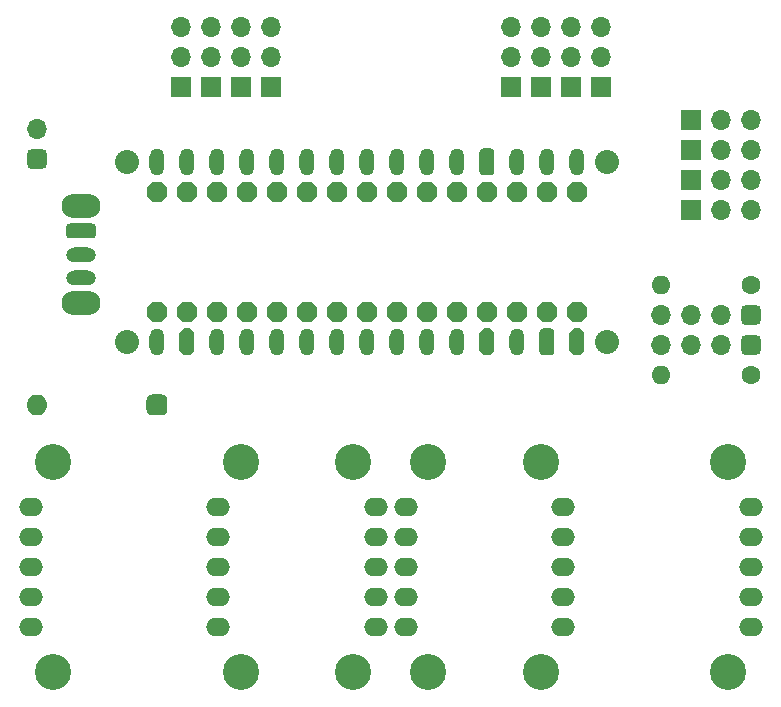
<source format=gbr>
%TF.GenerationSoftware,KiCad,Pcbnew,8.0.2-8.0.2-0~ubuntu22.04.1*%
%TF.CreationDate,2024-05-13T05:44:21+05:30*%
%TF.ProjectId,BagTag,42616754-6167-42e6-9b69-6361645f7063,v4*%
%TF.SameCoordinates,Original*%
%TF.FileFunction,Soldermask,Top*%
%TF.FilePolarity,Negative*%
%FSLAX46Y46*%
G04 Gerber Fmt 4.6, Leading zero omitted, Abs format (unit mm)*
G04 Created by KiCad (PCBNEW 8.0.2-8.0.2-0~ubuntu22.04.1) date 2024-05-13 05:44:21*
%MOMM*%
%LPD*%
G01*
G04 APERTURE LIST*
G04 Aperture macros list*
%AMRoundRect*
0 Rectangle with rounded corners*
0 $1 Rounding radius*
0 $2 $3 $4 $5 $6 $7 $8 $9 X,Y pos of 4 corners*
0 Add a 4 corners polygon primitive as box body*
4,1,4,$2,$3,$4,$5,$6,$7,$8,$9,$2,$3,0*
0 Add four circle primitives for the rounded corners*
1,1,$1+$1,$2,$3*
1,1,$1+$1,$4,$5*
1,1,$1+$1,$6,$7*
1,1,$1+$1,$8,$9*
0 Add four rect primitives between the rounded corners*
20,1,$1+$1,$2,$3,$4,$5,0*
20,1,$1+$1,$4,$5,$6,$7,0*
20,1,$1+$1,$6,$7,$8,$9,0*
20,1,$1+$1,$8,$9,$2,$3,0*%
%AMOutline5P*
0 Free polygon, 5 corners , with rotation*
0 The origin of the aperture is its center*
0 number of corners: always 5*
0 $1 to $10 corner X, Y*
0 $11 Rotation angle, in degrees counterclockwise*
0 create outline with 5 corners*
4,1,5,$1,$2,$3,$4,$5,$6,$7,$8,$9,$10,$1,$2,$11*%
%AMOutline6P*
0 Free polygon, 6 corners , with rotation*
0 The origin of the aperture is its center*
0 number of corners: always 6*
0 $1 to $12 corner X, Y*
0 $13 Rotation angle, in degrees counterclockwise*
0 create outline with 6 corners*
4,1,6,$1,$2,$3,$4,$5,$6,$7,$8,$9,$10,$11,$12,$1,$2,$13*%
%AMOutline7P*
0 Free polygon, 7 corners , with rotation*
0 The origin of the aperture is its center*
0 number of corners: always 7*
0 $1 to $14 corner X, Y*
0 $15 Rotation angle, in degrees counterclockwise*
0 create outline with 7 corners*
4,1,7,$1,$2,$3,$4,$5,$6,$7,$8,$9,$10,$11,$12,$13,$14,$1,$2,$15*%
%AMOutline8P*
0 Free polygon, 8 corners , with rotation*
0 The origin of the aperture is its center*
0 number of corners: always 8*
0 $1 to $16 corner X, Y*
0 $17 Rotation angle, in degrees counterclockwise*
0 create outline with 8 corners*
4,1,8,$1,$2,$3,$4,$5,$6,$7,$8,$9,$10,$11,$12,$13,$14,$15,$16,$1,$2,$17*%
G04 Aperture macros list end*
%ADD10RoundRect,0.425000X-0.425000X-0.425000X0.425000X-0.425000X0.425000X0.425000X-0.425000X0.425000X0*%
%ADD11O,1.700000X1.700000*%
%ADD12RoundRect,0.425000X-0.425000X0.425000X-0.425000X-0.425000X0.425000X-0.425000X0.425000X0.425000X0*%
%ADD13R,1.700000X1.700000*%
%ADD14RoundRect,0.444500X0.444500X0.444500X-0.444500X0.444500X-0.444500X-0.444500X0.444500X-0.444500X0*%
%ADD15O,1.778000X1.778000*%
%ADD16Outline8P,-0.850000X0.340000X-0.340000X0.850000X0.340000X0.850000X0.850000X0.340000X0.850000X-0.340000X0.340000X-0.850000X-0.340000X-0.850000X-0.850000X-0.340000X180.000000*%
%ADD17C,3.048000*%
%ADD18O,2.032000X1.524000*%
%ADD19C,1.600000*%
%ADD20O,1.600000X1.600000*%
%ADD21C,2.032000*%
%ADD22Outline8P,-1.143000X0.254000X-0.762000X0.635000X0.762000X0.635000X1.143000X0.254000X1.143000X-0.254000X0.762000X-0.635000X-0.762000X-0.635000X-1.143000X-0.254000X270.000000*%
%ADD23O,1.270000X2.286000*%
%ADD24RoundRect,0.317500X-0.317500X0.825500X-0.317500X-0.825500X0.317500X-0.825500X0.317500X0.825500X0*%
%ADD25O,3.302000X2.032000*%
%ADD26O,2.540000X1.270000*%
%ADD27RoundRect,0.317500X0.952500X-0.317500X0.952500X0.317500X-0.952500X0.317500X-0.952500X-0.317500X0*%
G04 APERTURE END LIST*
D10*
%TO.C,BT1*%
X50033000Y-58166000D03*
D11*
X50033000Y-55626000D03*
%TD*%
D12*
%TO.C,J2*%
X110490000Y-71374000D03*
D11*
X107950000Y-71374000D03*
X105410000Y-71374000D03*
X102870000Y-71374000D03*
%TD*%
D12*
%TO.C,J1*%
X110490000Y-73914000D03*
D11*
X107950000Y-73914000D03*
X105410000Y-73914000D03*
X102870000Y-73914000D03*
%TD*%
D13*
%TO.C,J10*%
X90170000Y-52055000D03*
D11*
X90170000Y-49515000D03*
X90170000Y-46975000D03*
%TD*%
D13*
%TO.C,J7*%
X97790000Y-52055000D03*
D11*
X97790000Y-49515000D03*
X97790000Y-46975000D03*
%TD*%
D13*
%TO.C,J13*%
X105410000Y-59944000D03*
D11*
X107950000Y-59944000D03*
X110490000Y-59944000D03*
%TD*%
D13*
%TO.C,J6*%
X62230000Y-52055000D03*
D11*
X62230000Y-49515000D03*
X62230000Y-46975000D03*
%TD*%
D13*
%TO.C,J11*%
X105410000Y-54864000D03*
D11*
X107950000Y-54864000D03*
X110490000Y-54864000D03*
%TD*%
D13*
%TO.C,J5*%
X64770000Y-52055000D03*
D11*
X64770000Y-49515000D03*
X64770000Y-46975000D03*
%TD*%
D13*
%TO.C,J12*%
X105410000Y-57404000D03*
D11*
X107950000Y-57404000D03*
X110490000Y-57404000D03*
%TD*%
D13*
%TO.C,J3*%
X69850000Y-52055000D03*
D11*
X69850000Y-49515000D03*
X69850000Y-46975000D03*
%TD*%
D13*
%TO.C,J4*%
X67310000Y-52055000D03*
D11*
X67310000Y-49515000D03*
X67310000Y-46975000D03*
%TD*%
D13*
%TO.C,J9*%
X92710000Y-52055000D03*
D11*
X92710000Y-49515000D03*
X92710000Y-46975000D03*
%TD*%
D13*
%TO.C,J8*%
X95250000Y-52055000D03*
D11*
X95250000Y-49515000D03*
X95250000Y-46975000D03*
%TD*%
D13*
%TO.C,J14*%
X105410000Y-62484000D03*
D11*
X107950000Y-62484000D03*
X110490000Y-62484000D03*
%TD*%
D14*
%TO.C,D1*%
X60198000Y-78994000D03*
D15*
X50038000Y-78994000D03*
%TD*%
D16*
%TO.C,J43*%
X67818000Y-71120000D03*
%TD*%
%TO.C,J44*%
X65278000Y-71120000D03*
%TD*%
%TO.C,J40*%
X75438000Y-71120000D03*
%TD*%
%TO.C,J49*%
X88138000Y-60960000D03*
%TD*%
%TO.C,J42*%
X70358000Y-71120000D03*
%TD*%
%TO.C,J20*%
X85598000Y-60960000D03*
%TD*%
D17*
%TO.C,LED2*%
X83185000Y-83820000D03*
X83185000Y-101600000D03*
X108585000Y-83820000D03*
X108585000Y-101600000D03*
D18*
X81280000Y-97790000D03*
X110490000Y-97790000D03*
X81280000Y-95250000D03*
X110490000Y-95250000D03*
X81280000Y-92710000D03*
X110490000Y-92710000D03*
X81280000Y-90170000D03*
X110490000Y-90170000D03*
X81280000Y-87630000D03*
X110490000Y-87630000D03*
%TD*%
D17*
%TO.C,LED1*%
X67310000Y-83820000D03*
X67310000Y-101600000D03*
X92710000Y-83820000D03*
X92710000Y-101600000D03*
D18*
X65405000Y-97790000D03*
X94615000Y-97790000D03*
X65405000Y-95250000D03*
X94615000Y-95250000D03*
X65405000Y-92710000D03*
X94615000Y-92710000D03*
X65405000Y-90170000D03*
X94615000Y-90170000D03*
X65405000Y-87630000D03*
X94615000Y-87630000D03*
%TD*%
D16*
%TO.C,J22*%
X80518000Y-60960000D03*
%TD*%
%TO.C,J39*%
X77978000Y-71120000D03*
%TD*%
%TO.C,J37*%
X83058000Y-71120000D03*
%TD*%
%TO.C,J29*%
X62738000Y-60960000D03*
%TD*%
%TO.C,J47*%
X62738000Y-71120000D03*
%TD*%
%TO.C,J23*%
X77978000Y-60960000D03*
%TD*%
%TO.C,J28*%
X65278000Y-60960000D03*
%TD*%
%TO.C,J34*%
X93218000Y-60960000D03*
%TD*%
%TO.C,J33*%
X90678000Y-60960000D03*
%TD*%
%TO.C,J36*%
X85598000Y-71120000D03*
%TD*%
%TO.C,J48*%
X93218000Y-71120000D03*
%TD*%
%TO.C,J26*%
X70358000Y-60960000D03*
%TD*%
%TO.C,J46*%
X88138000Y-71120000D03*
%TD*%
%TO.C,J21*%
X83058000Y-60960000D03*
%TD*%
%TO.C,J41*%
X72898000Y-71120000D03*
%TD*%
D19*
%TO.C,R2*%
X110490000Y-68834000D03*
D20*
X102870000Y-68834000D03*
%TD*%
D16*
%TO.C,J31*%
X60198000Y-71120000D03*
%TD*%
%TO.C,J30*%
X60198000Y-60960000D03*
%TD*%
%TO.C,J24*%
X75438000Y-60960000D03*
%TD*%
%TO.C,J27*%
X67818000Y-60960000D03*
%TD*%
D21*
%TO.C,U1*%
X98298000Y-58420000D03*
X57658000Y-58420000D03*
X98298000Y-73660000D03*
X57658000Y-73660000D03*
D22*
X62738000Y-73660000D03*
X88138000Y-73660000D03*
D23*
X67818000Y-73660000D03*
X70358000Y-73660000D03*
X72898000Y-73660000D03*
X75438000Y-73660000D03*
X77978000Y-73660000D03*
X80518000Y-73660000D03*
X83058000Y-73660000D03*
X85598000Y-73660000D03*
X65278000Y-73660000D03*
X93218000Y-58420000D03*
X95758000Y-58420000D03*
X85598000Y-58420000D03*
X83058000Y-58420000D03*
X80518000Y-58420000D03*
X77978000Y-58420000D03*
X75438000Y-58420000D03*
X72898000Y-58420000D03*
X70358000Y-58420000D03*
X67818000Y-58420000D03*
X65278000Y-58420000D03*
X62738000Y-58420000D03*
X60198000Y-58420000D03*
X60198000Y-73660000D03*
D24*
X88138000Y-58420000D03*
X93218000Y-73660000D03*
D23*
X90678000Y-58420000D03*
X90678000Y-73660000D03*
D22*
X95758000Y-73660000D03*
%TD*%
D17*
%TO.C,LED3*%
X51435000Y-83820000D03*
X51435000Y-101600000D03*
X76835000Y-83820000D03*
X76835000Y-101600000D03*
D18*
X49530000Y-97790000D03*
X78740000Y-97790000D03*
X49530000Y-95250000D03*
X78740000Y-95250000D03*
X49530000Y-92710000D03*
X78740000Y-92710000D03*
X49530000Y-90170000D03*
X78740000Y-90170000D03*
X49530000Y-87630000D03*
X78740000Y-87630000D03*
%TD*%
D25*
%TO.C,SW1*%
X53816000Y-62162000D03*
X53816000Y-70362000D03*
D26*
X53816000Y-68262000D03*
X53816000Y-66262000D03*
D27*
X53816000Y-64262000D03*
%TD*%
D16*
%TO.C,J45*%
X95758000Y-71120000D03*
%TD*%
%TO.C,J38*%
X80518000Y-71120000D03*
%TD*%
%TO.C,J25*%
X72898000Y-60960000D03*
%TD*%
%TO.C,J35*%
X95758000Y-60960000D03*
%TD*%
D19*
%TO.C,R1*%
X110490000Y-76454000D03*
D20*
X102870000Y-76454000D03*
%TD*%
D16*
%TO.C,J32*%
X90678000Y-71120000D03*
%TD*%
M02*

</source>
